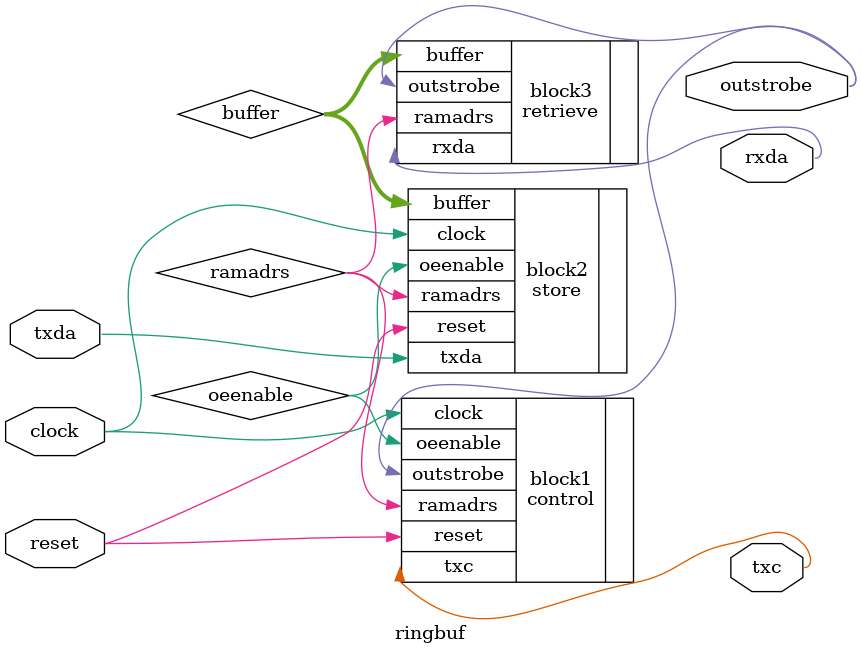
<source format=v>


// THIS WORK CONTAINS TRADE SECRET AND PROPRIETARY INFORMATION
// WHICH IS THE PROPERTY OF MENTOR GRAPHICS CORPORATION
// OR ITS LICENSORS AND IS SUBJECT TO LICENSE TERMS.

// Filename    : ringbuf.v
//
// Description : Top Level Structure of design.

`timescale 1ns / 1ns

module ringbuf (clock, reset, txda, rxda, txc, outstrobe);

    // Design Parameters Control Complete Design
    parameter counter_size = 0;  // Counter Sizes are 2,3,4,5,6...
    parameter buffer_size = 0;  // Buffer Sizes are 4,8,16,32,64...

    // Define the I/O names
    input clock, txda, reset ;
    output rxda, outstrobe, txc;

    // Define the wires that connect the design up.
    wire clock, txda, reset;
    wire outstrobe, txc, oeenable;
    wire [(counter_size*2):0] ramadrs;
    wire [(buffer_size-1):0] buffer;

    // Component intantiations
    control #(.counter_size(counter_size))
      block1  ( .clock(clock) ,
                .reset(reset) ,
                .ramadrs(ramadrs),
                .txc(txc),
                .oeenable(oeenable) ,
                .outstrobe(outstrobe) );

    store #(counter_size, buffer_size)
      block2  ( .clock(clock) ,
                .reset(reset) ,
                .oeenable(oeenable),
                .ramadrs(ramadrs) ,
                .buffer(buffer),
                .txda(txda) );

    retrieve #(counter_size, buffer_size)
      block3  ( .outstrobe(outstrobe),
                .ramadrs(ramadrs) ,
                .buffer(buffer),
                .rxda(rxda) );

endmodule

</source>
